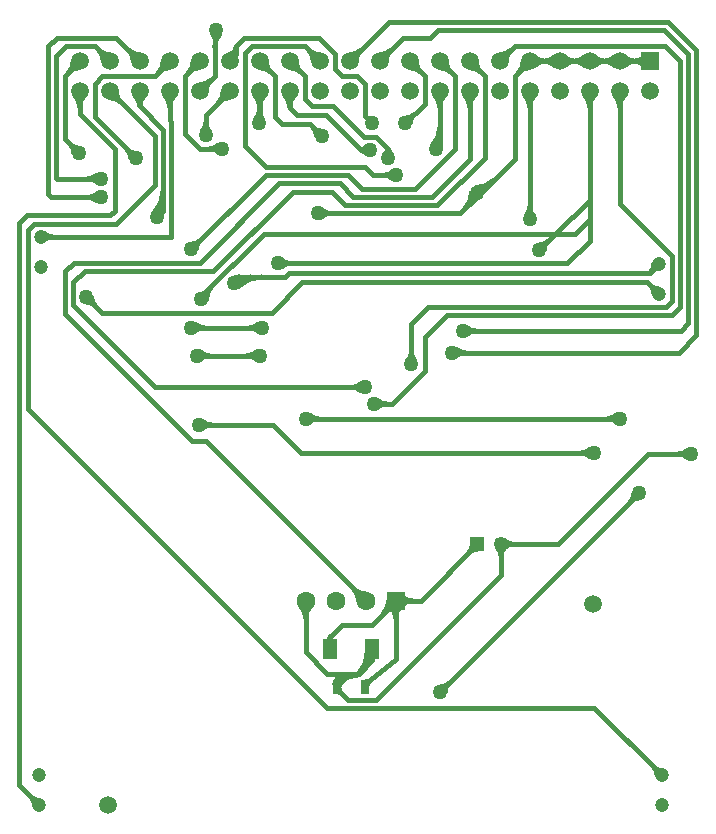
<source format=gbl>
%FSLAX25Y25*%
%MOIN*%
G70*
G01*
G75*
G04 Layer_Physical_Order=2*
G04 Layer_Color=16711680*
%ADD10C,0.01575*%
%ADD11C,0.01476*%
%ADD12R,0.07874X0.01969*%
%ADD13R,0.01969X0.07874*%
G04:AMPARAMS|DCode=14|XSize=19.69mil|YSize=78.74mil|CornerRadius=0mil|HoleSize=0mil|Usage=FLASHONLY|Rotation=180.000|XOffset=0mil|YOffset=0mil|HoleType=Round|Shape=Octagon|*
%AMOCTAGOND14*
4,1,8,0.00492,-0.03937,-0.00492,-0.03937,-0.00984,-0.03445,-0.00984,0.03445,-0.00492,0.03937,0.00492,0.03937,0.00984,0.03445,0.00984,-0.03445,0.00492,-0.03937,0.0*
%
%ADD14OCTAGOND14*%

G04:AMPARAMS|DCode=15|XSize=39.37mil|YSize=25.59mil|CornerRadius=0mil|HoleSize=0mil|Usage=FLASHONLY|Rotation=0.000|XOffset=0mil|YOffset=0mil|HoleType=Round|Shape=Octagon|*
%AMOCTAGOND15*
4,1,8,0.01969,-0.00640,0.01969,0.00640,0.01329,0.01280,-0.01329,0.01280,-0.01969,0.00640,-0.01969,-0.00640,-0.01329,-0.01280,0.01329,-0.01280,0.01969,-0.00640,0.0*
%
%ADD15OCTAGOND15*%

G04:AMPARAMS|DCode=16|XSize=39.37mil|YSize=19.69mil|CornerRadius=0mil|HoleSize=0mil|Usage=FLASHONLY|Rotation=0.000|XOffset=0mil|YOffset=0mil|HoleType=Round|Shape=Octagon|*
%AMOCTAGOND16*
4,1,8,0.01969,-0.00492,0.01969,0.00492,0.01476,0.00984,-0.01476,0.00984,-0.01969,0.00492,-0.01969,-0.00492,-0.01476,-0.00984,0.01476,-0.00984,0.01969,-0.00492,0.0*
%
%ADD16OCTAGOND16*%

G04:AMPARAMS|DCode=17|XSize=47.24mil|YSize=39.37mil|CornerRadius=0mil|HoleSize=0mil|Usage=FLASHONLY|Rotation=270.000|XOffset=0mil|YOffset=0mil|HoleType=Round|Shape=Octagon|*
%AMOCTAGOND17*
4,1,8,-0.00984,-0.02362,0.00984,-0.02362,0.01969,-0.01378,0.01969,0.01378,0.00984,0.02362,-0.00984,0.02362,-0.01969,0.01378,-0.01969,-0.01378,-0.00984,-0.02362,0.0*
%
%ADD17OCTAGOND17*%

%ADD18R,0.04921X0.06693*%
%ADD19R,0.05118X0.04134*%
%ADD20R,0.06299X0.06299*%
%ADD21C,0.06299*%
%ADD22C,0.05906*%
%ADD23C,0.04724*%
%ADD24R,0.05906X0.05906*%
%ADD25C,0.04921*%
%ADD26R,0.04921X0.04921*%
%ADD27C,0.05000*%
%ADD28R,0.03150X0.04724*%
D10*
X88489Y238011D02*
G03*
X90000Y241659I-3648J3648D01*
G01*
Y240210D02*
G03*
X90911Y238011I3110J0D01*
G01*
X70789Y234111D02*
G03*
X72000Y237035I-2924J2924D01*
G01*
D02*
G03*
X73211Y234111I4135J0D01*
G01*
X89589Y167489D02*
G03*
X86665Y168700I-2924J-2924D01*
G01*
D02*
G03*
X89589Y169911I0J4135D01*
G01*
X68411D02*
G03*
X71335Y168700I2924J2924D01*
G01*
D02*
G03*
X68411Y167489I0J-4135D01*
G01*
X35789Y217189D02*
G03*
X32865Y218400I-2924J-2924D01*
G01*
D02*
G03*
X35789Y219611I0J4135D01*
G01*
X134389Y218289D02*
G03*
X131465Y219500I-2924J-2924D01*
G01*
D02*
G03*
X134389Y220711I0J4135D01*
G01*
X97211Y191311D02*
G03*
X100135Y190100I2924J2924D01*
G01*
D02*
G03*
X97211Y188889I0J-4135D01*
G01*
X183100Y196213D02*
G03*
X186024Y197424I0J4135D01*
G01*
D02*
G03*
X184813Y194500I2924J-2924D01*
G01*
X178789Y206011D02*
G03*
X180000Y208935I-2924J2924D01*
G01*
D02*
G03*
X181211Y206011I4135J0D01*
G01*
X159011Y168811D02*
G03*
X161935Y167600I2924J2924D01*
G01*
D02*
G03*
X159011Y166389I0J-4135D01*
G01*
X35789Y210889D02*
G03*
X32865Y212100I-2924J-2924D01*
G01*
D02*
G03*
X35789Y213311I0J4135D01*
G01*
X76389Y227189D02*
G03*
X73465Y228400I-2924J-2924D01*
G01*
D02*
G03*
X76389Y229611I0J4135D01*
G01*
X139389Y157623D02*
G03*
X140600Y160546I-2924J2924D01*
G01*
D02*
G03*
X141811Y157623I4135J0D01*
G01*
X70600Y179813D02*
G03*
X71804Y180312I0J1704D01*
G01*
X74236Y182743D02*
G03*
X72313Y178100I4643J-4643D01*
G01*
X83176Y185631D02*
G03*
X80484Y184516I0J-3808D01*
G01*
X86978Y185631D02*
G03*
X81597Y183403I0J-7610D01*
G01*
X90780Y185631D02*
G03*
X82711Y182289I0J-11412D01*
G01*
X55803Y205697D02*
G03*
X57834Y210602I-4905J4905D01*
G01*
X54689Y206811D02*
G03*
X57834Y214404I-7593J7593D01*
G01*
X125183Y227005D02*
G03*
X123869Y227800I-1314J-689D01*
G01*
D02*
G03*
X125183Y228595I0J1484D01*
G01*
X76811Y266589D02*
G03*
X75000Y262217I4372J-4372D01*
G01*
Y265114D02*
G03*
X74389Y266589I-2086J0D01*
G01*
X131962Y226533D02*
G03*
X132900Y228268I-1137J1736D01*
G01*
D02*
G03*
X133838Y226533I2075J0D01*
G01*
X108947Y232500D02*
G03*
X107736Y235424I-4135J0D01*
G01*
D02*
G03*
X110659Y234213I2924J2924D01*
G01*
X46987Y225100D02*
G03*
X45776Y228024I-4135J0D01*
G01*
D02*
G03*
X48700Y226813I2924J2924D01*
G01*
X88895Y158189D02*
G03*
X85971Y159400I-2924J-2924D01*
G01*
D02*
G03*
X88895Y160611I0J4135D01*
G01*
X70211D02*
G03*
X73135Y159400I2924J2924D01*
G01*
D02*
G03*
X70211Y158189I0J-4135D01*
G01*
X28063Y226800D02*
G03*
X26852Y229724I-4135J0D01*
G01*
D02*
G03*
X29775Y228513I2924J2924D01*
G01*
X138500Y238513D02*
G03*
X141424Y239724I0J4135D01*
G01*
D02*
G03*
X140213Y236800I2924J-2924D01*
G01*
X208989Y137189D02*
G03*
X206065Y138400I-2924J-2924D01*
G01*
D02*
G03*
X208989Y139611I0J4135D01*
G01*
X106511D02*
G03*
X109435Y138400I2924J2924D01*
G01*
D02*
G03*
X106511Y137189I0J-4135D01*
G01*
X67200Y196513D02*
G03*
X70124Y197724I0J4135D01*
G01*
D02*
G03*
X68913Y194800I2924J-2924D01*
G01*
X129211Y144511D02*
G03*
X132135Y143300I2924J2924D01*
G01*
D02*
G03*
X129211Y142089I0J-4135D01*
G01*
X123789Y147589D02*
G03*
X120865Y148800I-2924J-2924D01*
G01*
D02*
G03*
X123789Y150011I0J4135D01*
G01*
X155430Y161611D02*
G03*
X158354Y160400I2924J2924D01*
G01*
D02*
G03*
X155430Y159189I0J-4135D01*
G01*
X160960Y210797D02*
G03*
X162162Y213700I-2903J2903D01*
G01*
X158271Y208108D02*
G03*
X160587Y213700I-5592J5592D01*
G01*
X162300Y213838D02*
G03*
X165203Y215040I0J4106D01*
G01*
X162300Y215413D02*
G03*
X167892Y217729I0J7908D01*
G01*
X110622Y207974D02*
G03*
X113546Y206763I2924J2924D01*
G01*
D02*
G03*
X110622Y205552I0J-4135D01*
G01*
X232589Y125389D02*
G03*
X229665Y126600I-2924J-2924D01*
G01*
D02*
G03*
X232589Y127811I0J4135D01*
G01*
X148703Y228397D02*
G03*
X150000Y231530I-3132J3132D01*
G01*
X147589Y229511D02*
G03*
X150000Y235332I-5821J5821D01*
G01*
X150100Y48913D02*
G03*
X153024Y50124I0J4135D01*
G01*
D02*
G03*
X151813Y47200I2924J-2924D01*
G01*
X216500Y111887D02*
G03*
X213576Y110676I0J-4135D01*
G01*
D02*
G03*
X214787Y113600I-2924J2924D01*
G01*
X33969Y178900D02*
G03*
X35180Y175976I4135J0D01*
G01*
D02*
G03*
X32256Y177187I-2924J-2924D01*
G01*
X200089Y125689D02*
G03*
X197165Y126900I-2924J-2924D01*
G01*
D02*
G03*
X200089Y128111I0J4135D01*
G01*
X70911Y137511D02*
G03*
X73835Y136300I2924J2924D01*
G01*
D02*
G03*
X70911Y135089I0J-4135D01*
G01*
X112514Y63729D02*
G03*
X113512Y65712I-1471J1982D01*
G01*
D02*
G03*
X114509Y63729I2469J0D01*
G01*
X125559Y55959D02*
G03*
X127390Y60611I-4429J4429D01*
G01*
X123000Y53400D02*
G03*
X125816Y60555I-6812J6812D01*
G01*
X128246Y59122D02*
G03*
X127488Y57888I626J-1234D01*
G01*
D02*
G03*
X126731Y59122I-1384J0D01*
G01*
X116931Y51951D02*
G03*
X115002Y49936I597J-2502D01*
G01*
X119304Y52518D02*
G03*
X116549Y49638I853J-3575D01*
G01*
X117813Y52162D02*
G03*
X115105Y50200I1015J-4250D01*
G01*
X121511Y53045D02*
G03*
X116446Y49375I1897J-7948D01*
G01*
X115222Y50347D02*
G03*
X115776Y51675I-1316J1329D01*
G01*
D02*
G03*
X116330Y50347I1870J0D01*
G01*
X116563Y48213D02*
G03*
X117129Y46847I1931J0D01*
G01*
X117098Y46877D02*
G03*
X115776Y47425I-1323J-1323D01*
G01*
X125291Y50572D02*
G03*
X126653Y51006I157J1861D01*
G01*
X126689Y51036D02*
G03*
X126009Y49721I1247J-1478D01*
G01*
X162563Y94827D02*
G03*
X159707Y93644I0J-4039D01*
G01*
D02*
G03*
X160890Y96500I-2856J2856D01*
G01*
X171620Y97683D02*
G03*
X174477Y96500I2856J2856D01*
G01*
D02*
G03*
X171620Y95317I0J-4039D01*
G01*
D02*
G03*
X170437Y92461I2856J-2856D01*
G01*
D02*
G03*
X169254Y95317I-4039J0D01*
G01*
X218469Y255969D02*
G03*
X214772Y257500I-3697J-3697D01*
G01*
D02*
G03*
X218469Y259031I0J5228D01*
G01*
X208469Y255969D02*
G03*
X204772Y257500I-3697J-3697D01*
G01*
D02*
G03*
X208469Y259031I0J5228D01*
G01*
X211531D02*
G03*
X215228Y257500I3697J3697D01*
G01*
D02*
G03*
X211531Y255969I0J-5228D01*
G01*
Y245969D02*
G03*
X210000Y242272I3697J-3697D01*
G01*
D02*
G03*
X208469Y245969I-5228J0D01*
G01*
X198469Y255969D02*
G03*
X194772Y257500I-3697J-3697D01*
G01*
D02*
G03*
X198469Y259031I0J5228D01*
G01*
X201531D02*
G03*
X205228Y257500I3697J3697D01*
G01*
D02*
G03*
X201531Y255969I0J-5228D01*
G01*
Y245969D02*
G03*
X200000Y242272I3697J-3697D01*
G01*
D02*
G03*
X198469Y245969I-5228J0D01*
G01*
X191531Y259031D02*
G03*
X195228Y257500I3697J3697D01*
G01*
D02*
G03*
X191531Y255969I0J-5228D01*
G01*
X188469D02*
G03*
X184772Y257500I-3697J-3697D01*
G01*
D02*
G03*
X188469Y259031I0J5228D01*
G01*
X181531D02*
G03*
X185228Y257500I3697J3697D01*
G01*
D02*
G03*
X181531Y255969I0J-5228D01*
G01*
X180000Y255335D02*
G03*
X176304Y253803I0J-5228D01*
G01*
X176304Y253803D02*
G03*
X177835Y257500I-3697J3697D01*
G01*
X181531Y245969D02*
G03*
X180000Y242272I3697J-3697D01*
G01*
D02*
G03*
X178469Y245969I-5228J0D01*
G01*
X170000Y259665D02*
G03*
X173696Y261196I0J5228D01*
G01*
X173696Y261196D02*
G03*
X172165Y257500I3697J-3697D01*
G01*
X162165D02*
G03*
X163697Y253803I5228J0D01*
G01*
X163697Y253803D02*
G03*
X160000Y255335I-3697J-3697D01*
G01*
X161531Y245969D02*
G03*
X160000Y242272I3697J-3697D01*
G01*
D02*
G03*
X158469Y245969I-5228J0D01*
G01*
X152165Y257500D02*
G03*
X153697Y253803I5228J0D01*
G01*
X153697Y253803D02*
G03*
X150000Y255335I-3697J-3697D01*
G01*
X151531Y245969D02*
G03*
X150000Y242272I3697J-3697D01*
G01*
D02*
G03*
X148469Y245969I-5228J0D01*
G01*
X142165Y257500D02*
G03*
X143696Y253803I5228J0D01*
G01*
X143696Y253803D02*
G03*
X140000Y255335I-3697J-3697D01*
G01*
X130000Y259665D02*
G03*
X133696Y261196I0J5228D01*
G01*
X133696Y261196D02*
G03*
X132165Y257500I3697J-3697D01*
G01*
X120000Y259665D02*
G03*
X123696Y261196I0J5228D01*
G01*
X123696Y261196D02*
G03*
X122165Y257500I3697J-3697D01*
G01*
X107835D02*
G03*
X106304Y261196I-5228J0D01*
G01*
X106304Y261196D02*
G03*
X110000Y259665I3697J3697D01*
G01*
X102165Y257500D02*
G03*
X103697Y253803I5228J0D01*
G01*
X103697Y253803D02*
G03*
X100000Y255335I-3697J-3697D01*
G01*
X101531Y245969D02*
G03*
X100000Y242272I3697J-3697D01*
G01*
D02*
G03*
X98469Y245969I-5228J0D01*
G01*
X92165Y257500D02*
G03*
X93696Y253803I5228J0D01*
G01*
X93696Y253803D02*
G03*
X90000Y255335I-3697J-3697D01*
G01*
X91531Y245969D02*
G03*
X90000Y242272I3697J-3697D01*
G01*
D02*
G03*
X88469Y245969I-5228J0D01*
G01*
X79926Y258086D02*
G03*
X82244Y260714I-331J2628D01*
G01*
X79729Y259648D02*
G03*
X82244Y262500I-359J2851D01*
G01*
X80000Y245335D02*
G03*
X76303Y243804I0J-5228D01*
G01*
X76303Y243804D02*
G03*
X77835Y247500I-3697J3697D01*
G01*
X70000Y255335D02*
G03*
X66303Y253803I0J-5228D01*
G01*
X66303Y253803D02*
G03*
X67835Y257500I-3697J3697D01*
G01*
X70000Y249665D02*
G03*
X73697Y251197I0J5228D01*
G01*
X73697Y251197D02*
G03*
X72165Y247500I3697J-3697D01*
G01*
X60000Y255335D02*
G03*
X56304Y253803I0J-5228D01*
G01*
X56304Y253803D02*
G03*
X57835Y257500I-3697J3697D01*
G01*
X61531Y245969D02*
G03*
X60000Y242272I3697J-3697D01*
G01*
D02*
G03*
X58469Y245969I-5228J0D01*
G01*
X47835Y257500D02*
G03*
X46303Y261196I-5228J0D01*
G01*
X46303Y261196D02*
G03*
X50000Y259665I3697J3697D01*
G01*
X51496Y245935D02*
G03*
X50000Y242434I3346J-3500D01*
G01*
D02*
G03*
X48504Y245935I-4843J0D01*
G01*
X37835Y257500D02*
G03*
X36303Y261196I-5228J0D01*
G01*
X36303Y261196D02*
G03*
X40000Y259665I3697J3697D01*
G01*
X42165Y247500D02*
G03*
X43696Y243804I5228J0D01*
G01*
X43696Y243804D02*
G03*
X40000Y245335I-3697J-3697D01*
G01*
X30000Y255335D02*
G03*
X26303Y253803I0J-5228D01*
G01*
X26303Y253803D02*
G03*
X27835Y257500I-3697J3697D01*
G01*
X31531Y245969D02*
G03*
X30000Y242272I3697J-3697D01*
G01*
D02*
G03*
X28469Y245969I-5228J0D01*
G01*
X18114Y200114D02*
G03*
X20802Y199000I2688J2688D01*
G01*
D02*
G03*
X18114Y197886I0J-3802D01*
G01*
X223000Y188425D02*
G03*
X220312Y187312I0J-3802D01*
G01*
D02*
G03*
X221425Y190000I-2688J2688D01*
G01*
Y180000D02*
G03*
X220312Y182688I-3802J0D01*
G01*
D02*
G03*
X223000Y181575I2688J2688D01*
G01*
X222425Y19500D02*
G03*
X221312Y22188I-3802J0D01*
G01*
D02*
G03*
X224000Y21075I2688J2688D01*
G01*
X14925Y9500D02*
G03*
X13812Y12188I-3802J0D01*
G01*
D02*
G03*
X16500Y11075I2688J2688D01*
G01*
X107005Y75924D02*
G03*
X105335Y71891I4033J-4033D01*
G01*
D02*
G03*
X103664Y75924I-5703J0D01*
G01*
X122972Y77594D02*
G03*
X121302Y81627I-5703J0D01*
G01*
D02*
G03*
X125335Y79957I4033J4033D01*
G01*
X135335Y75232D02*
G03*
X131302Y73562I0J-5703D01*
G01*
D02*
G03*
X132972Y77594I-4033J4033D01*
G01*
X137005Y79265D02*
G03*
X141037Y77594I4033J4033D01*
G01*
D02*
G03*
X137005Y75924I0J-5703D01*
G01*
D02*
G03*
X135335Y71891I4033J-4033D01*
G01*
D02*
G03*
X133664Y75924I-5703J0D01*
G01*
X162300Y213700D02*
X163081Y212919D01*
X175000Y224837D01*
X156926Y206763D02*
X163081Y212919D01*
X200000Y205000D02*
Y211400D01*
Y197600D02*
Y205000D01*
Y211400D02*
Y247500D01*
X195000Y200000D02*
X200000Y205000D01*
X188600Y200000D02*
X200000Y211400D01*
X183100Y194500D02*
X188600Y200000D01*
X195000D01*
X91493D02*
X188600D01*
X69700Y136300D02*
X94300D01*
X103700Y126900D01*
X201300D01*
X219100Y183900D02*
X223000Y180000D01*
X104249Y183900D02*
X219100D01*
X93981Y173631D02*
X104249Y183900D01*
X37525Y173631D02*
X93981D01*
X32256Y178900D02*
X37525Y173631D01*
X150100Y47200D02*
X216500Y113600D01*
X150000Y229500D02*
Y247500D01*
X148800Y228300D02*
X150000Y229500D01*
X219465Y126600D02*
X233800D01*
X189365Y96500D02*
X219465Y126600D01*
X170437Y96500D02*
X189365D01*
X109411Y206763D02*
X156926D01*
X175000Y252500D02*
X180000Y257500D01*
X175000Y224837D02*
Y252500D01*
X115776Y49000D02*
Y51676D01*
X123000Y53400D01*
X127488Y57888D01*
Y61500D01*
X112500Y53400D02*
X123000D01*
X105335Y60565D02*
X112500Y53400D01*
X105335Y60565D02*
Y77594D01*
X154219Y160400D02*
X229700D01*
X235599Y166299D01*
Y261101D01*
X226011Y270689D02*
X235599Y261101D01*
X133189Y270689D02*
X226011D01*
X120000Y257500D02*
X133189Y270689D01*
X55238Y148800D02*
X125000D01*
X27788Y176250D02*
X55238Y148800D01*
X27788Y176250D02*
Y183750D01*
X31613Y187575D01*
X74596D01*
X101055Y214034D01*
X113956D01*
X118471Y209519D01*
X149182D01*
X165000Y225337D01*
Y252500D01*
X160000Y257500D02*
X165000Y252500D01*
X170000Y257500D02*
X175000Y262500D01*
X225000D01*
X230087Y257413D01*
Y175500D02*
Y257413D01*
X227500Y172913D02*
X230087Y175500D01*
X152500Y172913D02*
X227500D01*
X145150Y165563D02*
X152500Y172913D01*
X145150Y154348D02*
Y165563D01*
X134101Y143300D02*
X145150Y154348D01*
X128000Y143300D02*
X134101D01*
X67200Y194800D02*
X91946Y219546D01*
X119468D01*
X123983Y215031D01*
X141936D01*
X155000Y228095D01*
Y252500D01*
X150000Y257500D02*
X155000Y252500D01*
X105300Y138400D02*
X210200D01*
X138500Y236800D02*
X145000Y243300D01*
Y252500D01*
X140000Y257500D02*
X145000Y252500D01*
X25000D02*
X30000Y257500D01*
X25000Y231575D02*
Y252500D01*
Y231575D02*
X29775Y226800D01*
X69000Y159400D02*
X90106D01*
X35000Y238800D02*
X48700Y225100D01*
X35000Y238800D02*
Y250000D01*
X37500Y252500D01*
X55000D01*
X60000Y257500D01*
X125000Y239300D02*
X127500Y236800D01*
X125000Y239300D02*
Y250000D01*
X122500Y252500D02*
X125000Y250000D01*
X117500Y252500D02*
X122500D01*
X115000Y255000D02*
X117500Y252500D01*
X115000Y255000D02*
Y260000D01*
X109823Y265177D02*
X115000Y260000D01*
X84921Y265177D02*
X109823D01*
X82244Y262500D02*
X84921Y265177D01*
X82244Y259744D02*
Y262500D01*
X80000Y257500D02*
X82244Y259744D01*
X106659Y236500D02*
X110659Y232500D01*
X97500Y236500D02*
X106659D01*
X95000Y239000D02*
X97500Y236500D01*
X95000Y239000D02*
Y252500D01*
X90000Y257500D02*
X95000Y252500D01*
X100000Y257500D02*
X105000Y252500D01*
Y245000D02*
Y252500D01*
Y245000D02*
X107430Y242570D01*
X114579D01*
X124881Y232269D01*
X128900D01*
X132900Y228269D01*
Y225100D02*
Y228269D01*
X70000Y247500D02*
X75000Y252500D01*
Y267200D01*
X75600Y267800D01*
X123869Y227800D02*
X126700D01*
X112169Y239500D02*
X123869Y227800D01*
X102500Y239500D02*
X112169D01*
X100000Y242000D02*
X102500Y239500D01*
X100000Y242000D02*
Y247500D01*
X201587Y41913D02*
X224000Y19500D01*
X112487Y41913D02*
X201587D01*
X12669Y141731D02*
X112487Y41913D01*
X12669Y141731D02*
Y201250D01*
X14750Y203331D01*
X42239D01*
X55078Y216170D01*
Y232422D01*
X40000Y247500D02*
X55078Y232422D01*
X50000Y242434D02*
Y247500D01*
Y242434D02*
X57834Y234600D01*
Y207534D02*
Y234600D01*
X55900Y205600D02*
X57834Y207534D01*
X81500Y183500D02*
X83631Y185631D01*
X98431D01*
X99800Y187000D01*
X220000D01*
X223000Y190000D01*
X125224Y49000D02*
Y49800D01*
X135335Y58335D01*
Y77594D01*
X70600Y179107D02*
X91493Y200000D01*
X70600Y178100D02*
Y179107D01*
X210000Y209831D02*
Y247500D01*
Y209831D02*
X227331Y192500D01*
Y177500D02*
Y192500D01*
X225500Y175669D02*
X227331Y177500D01*
X146269Y175669D02*
X225500D01*
X140600Y170000D02*
X146269Y175669D01*
X140600Y156412D02*
Y170000D01*
X170437Y86306D02*
Y96500D01*
X128800Y44669D02*
X170437Y86306D01*
X119306Y44669D02*
X128800D01*
X115776Y48200D02*
X119306Y44669D01*
X115776Y48200D02*
Y49000D01*
X113512Y61500D02*
Y65712D01*
X117500Y69700D01*
X127440D01*
X135335Y77594D01*
X70000Y228400D02*
X77600D01*
X65000Y233400D02*
X70000Y228400D01*
X65000Y233400D02*
Y252500D01*
X70000Y257500D01*
X20600Y212100D02*
X37000D01*
X19400Y213300D02*
X20600Y212100D01*
X19400Y213300D02*
Y262500D01*
X22300Y265400D01*
X42100D01*
X50000Y257500D01*
X157800Y167600D02*
X230286D01*
X232843Y170157D01*
Y259857D01*
X224767Y267933D02*
X232843Y259857D01*
X149478Y267933D02*
X224767D01*
X146745Y265200D02*
X149478Y267933D01*
X137700Y265200D02*
X146745D01*
X130000Y257500D02*
X137700Y265200D01*
X160000Y224875D02*
Y247500D01*
X147401Y212275D02*
X160000Y224875D01*
X121227Y212275D02*
X147401D01*
X116712Y216790D02*
X121227Y212275D01*
X96459Y216790D02*
X116712D01*
X70000Y190331D02*
X96459Y216790D01*
X27957Y190331D02*
X70000D01*
X25032Y187406D02*
X27957Y190331D01*
X25032Y173297D02*
Y187406D01*
Y173297D02*
X67500Y130828D01*
X72101D01*
X125335Y77594D01*
X180000Y204800D02*
Y247500D01*
X96000Y190100D02*
X192500D01*
X200000Y197600D01*
X127900Y219500D02*
X135600D01*
X125000Y222400D02*
X127900Y219500D01*
X92000Y222400D02*
X125000D01*
X85000Y229400D02*
X92000Y222400D01*
X85000Y229400D02*
Y260100D01*
X87321Y262421D01*
X105079D01*
X110000Y257500D01*
X30000Y239902D02*
Y247500D01*
Y239902D02*
X41731Y228171D01*
Y207731D02*
Y228171D01*
X40087Y206087D02*
X41731Y207731D01*
X12500Y206087D02*
X40087D01*
X9913Y203500D02*
X12500Y206087D01*
X9913Y16087D02*
Y203500D01*
Y16087D02*
X16500Y9500D01*
X35000Y262500D02*
X40000Y257500D01*
X25500Y262500D02*
X35000D01*
X22200Y259200D02*
X25500Y262500D01*
X22200Y218700D02*
Y259200D01*
Y218700D02*
X22500Y218400D01*
X37000D01*
X67200Y168700D02*
X90800D01*
X60000Y237934D02*
Y247500D01*
Y237934D02*
X60590Y237343D01*
Y199290D02*
Y237343D01*
X60300Y199000D02*
X60590Y199290D01*
X17000Y199000D02*
X60300D01*
X72000Y239500D02*
X80000Y247500D01*
X72000Y232900D02*
Y239500D01*
X90000Y237100D02*
Y247500D01*
X89700Y236800D02*
X90000Y237100D01*
X135335Y77594D02*
X143657D01*
X162563Y96500D01*
X190000Y257500D02*
X200000D01*
X180000D02*
X190000D01*
X200000D02*
X210000D01*
X220000D01*
D18*
X127488Y61500D02*
D03*
X113512D02*
D03*
D20*
X135335Y77594D02*
D03*
D21*
X125335D02*
D03*
X115335D02*
D03*
X105335D02*
D03*
D22*
X201083Y76413D02*
D03*
X39587Y9484D02*
D03*
X190000Y247500D02*
D03*
X30000D02*
D03*
Y257500D02*
D03*
X40000Y247500D02*
D03*
Y257500D02*
D03*
X50000Y247500D02*
D03*
Y257500D02*
D03*
X60000Y247500D02*
D03*
Y257500D02*
D03*
X70000Y247500D02*
D03*
Y257500D02*
D03*
X80000Y247500D02*
D03*
Y257500D02*
D03*
X90000Y247500D02*
D03*
Y257500D02*
D03*
X100000Y247500D02*
D03*
Y257500D02*
D03*
X110000Y247500D02*
D03*
Y257500D02*
D03*
X120000Y247500D02*
D03*
Y257500D02*
D03*
X130000Y247500D02*
D03*
Y257500D02*
D03*
X140000Y247500D02*
D03*
Y257500D02*
D03*
X150000Y247500D02*
D03*
Y257500D02*
D03*
X160000Y247500D02*
D03*
Y257500D02*
D03*
X170000Y247500D02*
D03*
Y257500D02*
D03*
X180000Y247500D02*
D03*
Y257500D02*
D03*
X190000D02*
D03*
X200000Y247500D02*
D03*
Y257500D02*
D03*
X210000Y247500D02*
D03*
Y257500D02*
D03*
X220000Y247500D02*
D03*
D23*
X16500Y19500D02*
D03*
Y9500D02*
D03*
X224000D02*
D03*
Y19500D02*
D03*
X223000Y180000D02*
D03*
Y190000D02*
D03*
X17000Y189000D02*
D03*
Y199000D02*
D03*
D24*
X220000Y257500D02*
D03*
D25*
X170437Y96500D02*
D03*
D26*
X162563D02*
D03*
D27*
X69700Y136300D02*
D03*
X201300Y126900D02*
D03*
X32256Y178900D02*
D03*
X216500Y113600D02*
D03*
X150100Y47200D02*
D03*
X148800Y228300D02*
D03*
X233800Y126600D02*
D03*
X109411Y206763D02*
D03*
X162300Y213700D02*
D03*
X154219Y160400D02*
D03*
X125000Y148800D02*
D03*
X128000Y143300D02*
D03*
X67200Y194800D02*
D03*
X105300Y138400D02*
D03*
X210200D02*
D03*
X138500Y236800D02*
D03*
X29775Y226800D02*
D03*
X69000Y159400D02*
D03*
X90106D02*
D03*
X48700Y225100D02*
D03*
X127500Y236800D02*
D03*
X110659Y232500D02*
D03*
X132900Y225100D02*
D03*
X75600Y267800D02*
D03*
X126700Y227800D02*
D03*
X55900Y205600D02*
D03*
X81500Y183500D02*
D03*
X70600Y178100D02*
D03*
X140600Y156412D02*
D03*
X77600Y228400D02*
D03*
X37000Y212100D02*
D03*
X157800Y167600D02*
D03*
X180000Y204800D02*
D03*
X183100Y194500D02*
D03*
X96000Y190100D02*
D03*
X135600Y219500D02*
D03*
X37000Y218400D02*
D03*
X67200Y168700D02*
D03*
X90800D02*
D03*
X72000Y232900D02*
D03*
X89700Y236800D02*
D03*
D28*
X125224Y49000D02*
D03*
X115776D02*
D03*
M02*

</source>
